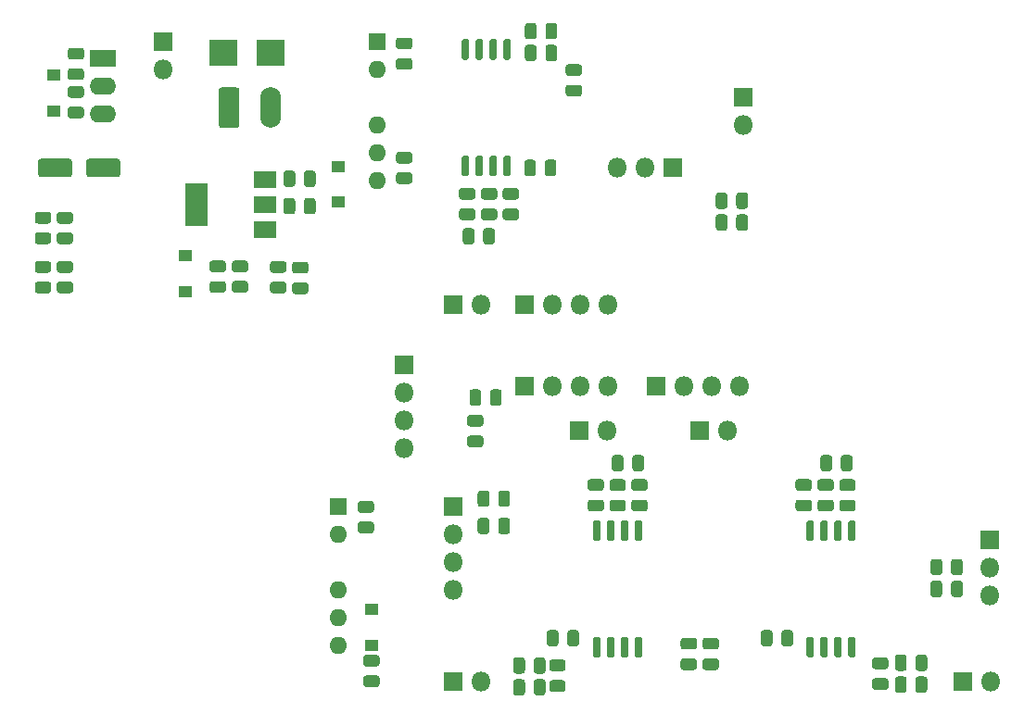
<source format=gts>
%TF.GenerationSoftware,KiCad,Pcbnew,5.1.6-c6e7f7d~86~ubuntu20.04.1*%
%TF.CreationDate,2020-09-07T12:19:27+02:00*%
%TF.ProjectId,Measurment,4d656173-7572-46d6-956e-742e6b696361,rev?*%
%TF.SameCoordinates,Original*%
%TF.FileFunction,Soldermask,Top*%
%TF.FilePolarity,Negative*%
%FSLAX46Y46*%
G04 Gerber Fmt 4.6, Leading zero omitted, Abs format (unit mm)*
G04 Created by KiCad (PCBNEW 5.1.6-c6e7f7d~86~ubuntu20.04.1) date 2020-09-07 12:19:27*
%MOMM*%
%LPD*%
G01*
G04 APERTURE LIST*
%ADD10R,1.300000X1.000000*%
%ADD11O,1.800000X1.800000*%
%ADD12R,1.800000X1.800000*%
%ADD13O,1.900000X3.700000*%
%ADD14O,1.600000X1.600000*%
%ADD15R,1.600000X1.600000*%
%ADD16O,2.400000X1.600000*%
%ADD17R,2.400000X1.600000*%
%ADD18R,2.600000X2.400000*%
%ADD19R,2.100000X1.600000*%
%ADD20R,2.100000X3.900000*%
G04 APERTURE END LIST*
%TO.C,U3*%
G36*
G01*
X103270000Y-89625000D02*
X102920000Y-89625000D01*
G75*
G02*
X102745000Y-89450000I0J175000D01*
G01*
X102745000Y-87900000D01*
G75*
G02*
X102920000Y-87725000I175000J0D01*
G01*
X103270000Y-87725000D01*
G75*
G02*
X103445000Y-87900000I0J-175000D01*
G01*
X103445000Y-89450000D01*
G75*
G02*
X103270000Y-89625000I-175000J0D01*
G01*
G37*
G36*
G01*
X104540000Y-89625000D02*
X104190000Y-89625000D01*
G75*
G02*
X104015000Y-89450000I0J175000D01*
G01*
X104015000Y-87900000D01*
G75*
G02*
X104190000Y-87725000I175000J0D01*
G01*
X104540000Y-87725000D01*
G75*
G02*
X104715000Y-87900000I0J-175000D01*
G01*
X104715000Y-89450000D01*
G75*
G02*
X104540000Y-89625000I-175000J0D01*
G01*
G37*
G36*
G01*
X105810000Y-89625000D02*
X105460000Y-89625000D01*
G75*
G02*
X105285000Y-89450000I0J175000D01*
G01*
X105285000Y-87900000D01*
G75*
G02*
X105460000Y-87725000I175000J0D01*
G01*
X105810000Y-87725000D01*
G75*
G02*
X105985000Y-87900000I0J-175000D01*
G01*
X105985000Y-89450000D01*
G75*
G02*
X105810000Y-89625000I-175000J0D01*
G01*
G37*
G36*
G01*
X107080000Y-89625000D02*
X106730000Y-89625000D01*
G75*
G02*
X106555000Y-89450000I0J175000D01*
G01*
X106555000Y-87900000D01*
G75*
G02*
X106730000Y-87725000I175000J0D01*
G01*
X107080000Y-87725000D01*
G75*
G02*
X107255000Y-87900000I0J-175000D01*
G01*
X107255000Y-89450000D01*
G75*
G02*
X107080000Y-89625000I-175000J0D01*
G01*
G37*
G36*
G01*
X107080000Y-100275000D02*
X106730000Y-100275000D01*
G75*
G02*
X106555000Y-100100000I0J175000D01*
G01*
X106555000Y-98550000D01*
G75*
G02*
X106730000Y-98375000I175000J0D01*
G01*
X107080000Y-98375000D01*
G75*
G02*
X107255000Y-98550000I0J-175000D01*
G01*
X107255000Y-100100000D01*
G75*
G02*
X107080000Y-100275000I-175000J0D01*
G01*
G37*
G36*
G01*
X105810000Y-100275000D02*
X105460000Y-100275000D01*
G75*
G02*
X105285000Y-100100000I0J175000D01*
G01*
X105285000Y-98550000D01*
G75*
G02*
X105460000Y-98375000I175000J0D01*
G01*
X105810000Y-98375000D01*
G75*
G02*
X105985000Y-98550000I0J-175000D01*
G01*
X105985000Y-100100000D01*
G75*
G02*
X105810000Y-100275000I-175000J0D01*
G01*
G37*
G36*
G01*
X104540000Y-100275000D02*
X104190000Y-100275000D01*
G75*
G02*
X104015000Y-100100000I0J175000D01*
G01*
X104015000Y-98550000D01*
G75*
G02*
X104190000Y-98375000I175000J0D01*
G01*
X104540000Y-98375000D01*
G75*
G02*
X104715000Y-98550000I0J-175000D01*
G01*
X104715000Y-100100000D01*
G75*
G02*
X104540000Y-100275000I-175000J0D01*
G01*
G37*
G36*
G01*
X103270000Y-100275000D02*
X102920000Y-100275000D01*
G75*
G02*
X102745000Y-100100000I0J175000D01*
G01*
X102745000Y-98550000D01*
G75*
G02*
X102920000Y-98375000I175000J0D01*
G01*
X103270000Y-98375000D01*
G75*
G02*
X103445000Y-98550000I0J-175000D01*
G01*
X103445000Y-100100000D01*
G75*
G02*
X103270000Y-100275000I-175000J0D01*
G01*
G37*
%TD*%
%TO.C,U2*%
G36*
G01*
X83770000Y-89625000D02*
X83420000Y-89625000D01*
G75*
G02*
X83245000Y-89450000I0J175000D01*
G01*
X83245000Y-87900000D01*
G75*
G02*
X83420000Y-87725000I175000J0D01*
G01*
X83770000Y-87725000D01*
G75*
G02*
X83945000Y-87900000I0J-175000D01*
G01*
X83945000Y-89450000D01*
G75*
G02*
X83770000Y-89625000I-175000J0D01*
G01*
G37*
G36*
G01*
X85040000Y-89625000D02*
X84690000Y-89625000D01*
G75*
G02*
X84515000Y-89450000I0J175000D01*
G01*
X84515000Y-87900000D01*
G75*
G02*
X84690000Y-87725000I175000J0D01*
G01*
X85040000Y-87725000D01*
G75*
G02*
X85215000Y-87900000I0J-175000D01*
G01*
X85215000Y-89450000D01*
G75*
G02*
X85040000Y-89625000I-175000J0D01*
G01*
G37*
G36*
G01*
X86310000Y-89625000D02*
X85960000Y-89625000D01*
G75*
G02*
X85785000Y-89450000I0J175000D01*
G01*
X85785000Y-87900000D01*
G75*
G02*
X85960000Y-87725000I175000J0D01*
G01*
X86310000Y-87725000D01*
G75*
G02*
X86485000Y-87900000I0J-175000D01*
G01*
X86485000Y-89450000D01*
G75*
G02*
X86310000Y-89625000I-175000J0D01*
G01*
G37*
G36*
G01*
X87580000Y-89625000D02*
X87230000Y-89625000D01*
G75*
G02*
X87055000Y-89450000I0J175000D01*
G01*
X87055000Y-87900000D01*
G75*
G02*
X87230000Y-87725000I175000J0D01*
G01*
X87580000Y-87725000D01*
G75*
G02*
X87755000Y-87900000I0J-175000D01*
G01*
X87755000Y-89450000D01*
G75*
G02*
X87580000Y-89625000I-175000J0D01*
G01*
G37*
G36*
G01*
X87580000Y-100275000D02*
X87230000Y-100275000D01*
G75*
G02*
X87055000Y-100100000I0J175000D01*
G01*
X87055000Y-98550000D01*
G75*
G02*
X87230000Y-98375000I175000J0D01*
G01*
X87580000Y-98375000D01*
G75*
G02*
X87755000Y-98550000I0J-175000D01*
G01*
X87755000Y-100100000D01*
G75*
G02*
X87580000Y-100275000I-175000J0D01*
G01*
G37*
G36*
G01*
X86310000Y-100275000D02*
X85960000Y-100275000D01*
G75*
G02*
X85785000Y-100100000I0J175000D01*
G01*
X85785000Y-98550000D01*
G75*
G02*
X85960000Y-98375000I175000J0D01*
G01*
X86310000Y-98375000D01*
G75*
G02*
X86485000Y-98550000I0J-175000D01*
G01*
X86485000Y-100100000D01*
G75*
G02*
X86310000Y-100275000I-175000J0D01*
G01*
G37*
G36*
G01*
X85040000Y-100275000D02*
X84690000Y-100275000D01*
G75*
G02*
X84515000Y-100100000I0J175000D01*
G01*
X84515000Y-98550000D01*
G75*
G02*
X84690000Y-98375000I175000J0D01*
G01*
X85040000Y-98375000D01*
G75*
G02*
X85215000Y-98550000I0J-175000D01*
G01*
X85215000Y-100100000D01*
G75*
G02*
X85040000Y-100275000I-175000J0D01*
G01*
G37*
G36*
G01*
X83770000Y-100275000D02*
X83420000Y-100275000D01*
G75*
G02*
X83245000Y-100100000I0J175000D01*
G01*
X83245000Y-98550000D01*
G75*
G02*
X83420000Y-98375000I175000J0D01*
G01*
X83770000Y-98375000D01*
G75*
G02*
X83945000Y-98550000I0J-175000D01*
G01*
X83945000Y-100100000D01*
G75*
G02*
X83770000Y-100275000I-175000J0D01*
G01*
G37*
%TD*%
%TO.C,U4*%
G36*
G01*
X75230000Y-54375000D02*
X75580000Y-54375000D01*
G75*
G02*
X75755000Y-54550000I0J-175000D01*
G01*
X75755000Y-56100000D01*
G75*
G02*
X75580000Y-56275000I-175000J0D01*
G01*
X75230000Y-56275000D01*
G75*
G02*
X75055000Y-56100000I0J175000D01*
G01*
X75055000Y-54550000D01*
G75*
G02*
X75230000Y-54375000I175000J0D01*
G01*
G37*
G36*
G01*
X73960000Y-54375000D02*
X74310000Y-54375000D01*
G75*
G02*
X74485000Y-54550000I0J-175000D01*
G01*
X74485000Y-56100000D01*
G75*
G02*
X74310000Y-56275000I-175000J0D01*
G01*
X73960000Y-56275000D01*
G75*
G02*
X73785000Y-56100000I0J175000D01*
G01*
X73785000Y-54550000D01*
G75*
G02*
X73960000Y-54375000I175000J0D01*
G01*
G37*
G36*
G01*
X72690000Y-54375000D02*
X73040000Y-54375000D01*
G75*
G02*
X73215000Y-54550000I0J-175000D01*
G01*
X73215000Y-56100000D01*
G75*
G02*
X73040000Y-56275000I-175000J0D01*
G01*
X72690000Y-56275000D01*
G75*
G02*
X72515000Y-56100000I0J175000D01*
G01*
X72515000Y-54550000D01*
G75*
G02*
X72690000Y-54375000I175000J0D01*
G01*
G37*
G36*
G01*
X71420000Y-54375000D02*
X71770000Y-54375000D01*
G75*
G02*
X71945000Y-54550000I0J-175000D01*
G01*
X71945000Y-56100000D01*
G75*
G02*
X71770000Y-56275000I-175000J0D01*
G01*
X71420000Y-56275000D01*
G75*
G02*
X71245000Y-56100000I0J175000D01*
G01*
X71245000Y-54550000D01*
G75*
G02*
X71420000Y-54375000I175000J0D01*
G01*
G37*
G36*
G01*
X71420000Y-43725000D02*
X71770000Y-43725000D01*
G75*
G02*
X71945000Y-43900000I0J-175000D01*
G01*
X71945000Y-45450000D01*
G75*
G02*
X71770000Y-45625000I-175000J0D01*
G01*
X71420000Y-45625000D01*
G75*
G02*
X71245000Y-45450000I0J175000D01*
G01*
X71245000Y-43900000D01*
G75*
G02*
X71420000Y-43725000I175000J0D01*
G01*
G37*
G36*
G01*
X72690000Y-43725000D02*
X73040000Y-43725000D01*
G75*
G02*
X73215000Y-43900000I0J-175000D01*
G01*
X73215000Y-45450000D01*
G75*
G02*
X73040000Y-45625000I-175000J0D01*
G01*
X72690000Y-45625000D01*
G75*
G02*
X72515000Y-45450000I0J175000D01*
G01*
X72515000Y-43900000D01*
G75*
G02*
X72690000Y-43725000I175000J0D01*
G01*
G37*
G36*
G01*
X73960000Y-43725000D02*
X74310000Y-43725000D01*
G75*
G02*
X74485000Y-43900000I0J-175000D01*
G01*
X74485000Y-45450000D01*
G75*
G02*
X74310000Y-45625000I-175000J0D01*
G01*
X73960000Y-45625000D01*
G75*
G02*
X73785000Y-45450000I0J175000D01*
G01*
X73785000Y-43900000D01*
G75*
G02*
X73960000Y-43725000I175000J0D01*
G01*
G37*
G36*
G01*
X75230000Y-43725000D02*
X75580000Y-43725000D01*
G75*
G02*
X75755000Y-43900000I0J-175000D01*
G01*
X75755000Y-45450000D01*
G75*
G02*
X75580000Y-45625000I-175000J0D01*
G01*
X75230000Y-45625000D01*
G75*
G02*
X75055000Y-45450000I0J175000D01*
G01*
X75055000Y-43900000D01*
G75*
G02*
X75230000Y-43725000I175000J0D01*
G01*
G37*
%TD*%
D10*
%TO.C,D10*%
X46000000Y-66800000D03*
X46000000Y-63500000D03*
%TD*%
%TO.C,D9*%
X63000000Y-95850000D03*
X63000000Y-99150000D03*
%TD*%
%TO.C,D8*%
X60000000Y-58650000D03*
X60000000Y-55350000D03*
%TD*%
%TO.C,D7*%
X34000000Y-47000000D03*
X34000000Y-50300000D03*
%TD*%
%TO.C,C23*%
G36*
G01*
X35650000Y-54915625D02*
X35650000Y-56084375D01*
G75*
G02*
X35384375Y-56350000I-265625J0D01*
G01*
X32815625Y-56350000D01*
G75*
G02*
X32550000Y-56084375I0J265625D01*
G01*
X32550000Y-54915625D01*
G75*
G02*
X32815625Y-54650000I265625J0D01*
G01*
X35384375Y-54650000D01*
G75*
G02*
X35650000Y-54915625I0J-265625D01*
G01*
G37*
G36*
G01*
X40050000Y-54915625D02*
X40050000Y-56084375D01*
G75*
G02*
X39784375Y-56350000I-265625J0D01*
G01*
X37215625Y-56350000D01*
G75*
G02*
X36950000Y-56084375I0J265625D01*
G01*
X36950000Y-54915625D01*
G75*
G02*
X37215625Y-54650000I265625J0D01*
G01*
X39784375Y-54650000D01*
G75*
G02*
X40050000Y-54915625I0J-265625D01*
G01*
G37*
%TD*%
%TO.C,C22*%
G36*
G01*
X56837500Y-56981250D02*
X56837500Y-56018750D01*
G75*
G02*
X57106250Y-55750000I268750J0D01*
G01*
X57643750Y-55750000D01*
G75*
G02*
X57912500Y-56018750I0J-268750D01*
G01*
X57912500Y-56981250D01*
G75*
G02*
X57643750Y-57250000I-268750J0D01*
G01*
X57106250Y-57250000D01*
G75*
G02*
X56837500Y-56981250I0J268750D01*
G01*
G37*
G36*
G01*
X54962500Y-56981250D02*
X54962500Y-56018750D01*
G75*
G02*
X55231250Y-55750000I268750J0D01*
G01*
X55768750Y-55750000D01*
G75*
G02*
X56037500Y-56018750I0J-268750D01*
G01*
X56037500Y-56981250D01*
G75*
G02*
X55768750Y-57250000I-268750J0D01*
G01*
X55231250Y-57250000D01*
G75*
G02*
X54962500Y-56981250I0J268750D01*
G01*
G37*
%TD*%
%TO.C,C21*%
G36*
G01*
X62018750Y-87837500D02*
X62981250Y-87837500D01*
G75*
G02*
X63250000Y-88106250I0J-268750D01*
G01*
X63250000Y-88643750D01*
G75*
G02*
X62981250Y-88912500I-268750J0D01*
G01*
X62018750Y-88912500D01*
G75*
G02*
X61750000Y-88643750I0J268750D01*
G01*
X61750000Y-88106250D01*
G75*
G02*
X62018750Y-87837500I268750J0D01*
G01*
G37*
G36*
G01*
X62018750Y-85962500D02*
X62981250Y-85962500D01*
G75*
G02*
X63250000Y-86231250I0J-268750D01*
G01*
X63250000Y-86768750D01*
G75*
G02*
X62981250Y-87037500I-268750J0D01*
G01*
X62018750Y-87037500D01*
G75*
G02*
X61750000Y-86768750I0J268750D01*
G01*
X61750000Y-86231250D01*
G75*
G02*
X62018750Y-85962500I268750J0D01*
G01*
G37*
%TD*%
%TO.C,C20*%
G36*
G01*
X65518750Y-45462500D02*
X66481250Y-45462500D01*
G75*
G02*
X66750000Y-45731250I0J-268750D01*
G01*
X66750000Y-46268750D01*
G75*
G02*
X66481250Y-46537500I-268750J0D01*
G01*
X65518750Y-46537500D01*
G75*
G02*
X65250000Y-46268750I0J268750D01*
G01*
X65250000Y-45731250D01*
G75*
G02*
X65518750Y-45462500I268750J0D01*
G01*
G37*
G36*
G01*
X65518750Y-43587500D02*
X66481250Y-43587500D01*
G75*
G02*
X66750000Y-43856250I0J-268750D01*
G01*
X66750000Y-44393750D01*
G75*
G02*
X66481250Y-44662500I-268750J0D01*
G01*
X65518750Y-44662500D01*
G75*
G02*
X65250000Y-44393750I0J268750D01*
G01*
X65250000Y-43856250D01*
G75*
G02*
X65518750Y-43587500I268750J0D01*
G01*
G37*
%TD*%
%TO.C,C19*%
G36*
G01*
X62518750Y-101900000D02*
X63481250Y-101900000D01*
G75*
G02*
X63750000Y-102168750I0J-268750D01*
G01*
X63750000Y-102706250D01*
G75*
G02*
X63481250Y-102975000I-268750J0D01*
G01*
X62518750Y-102975000D01*
G75*
G02*
X62250000Y-102706250I0J268750D01*
G01*
X62250000Y-102168750D01*
G75*
G02*
X62518750Y-101900000I268750J0D01*
G01*
G37*
G36*
G01*
X62518750Y-100025000D02*
X63481250Y-100025000D01*
G75*
G02*
X63750000Y-100293750I0J-268750D01*
G01*
X63750000Y-100831250D01*
G75*
G02*
X63481250Y-101100000I-268750J0D01*
G01*
X62518750Y-101100000D01*
G75*
G02*
X62250000Y-100831250I0J268750D01*
G01*
X62250000Y-100293750D01*
G75*
G02*
X62518750Y-100025000I268750J0D01*
G01*
G37*
%TD*%
%TO.C,C18*%
G36*
G01*
X78037500Y-55018750D02*
X78037500Y-55981250D01*
G75*
G02*
X77768750Y-56250000I-268750J0D01*
G01*
X77231250Y-56250000D01*
G75*
G02*
X76962500Y-55981250I0J268750D01*
G01*
X76962500Y-55018750D01*
G75*
G02*
X77231250Y-54750000I268750J0D01*
G01*
X77768750Y-54750000D01*
G75*
G02*
X78037500Y-55018750I0J-268750D01*
G01*
G37*
G36*
G01*
X79912500Y-55018750D02*
X79912500Y-55981250D01*
G75*
G02*
X79643750Y-56250000I-268750J0D01*
G01*
X79106250Y-56250000D01*
G75*
G02*
X78837500Y-55981250I0J268750D01*
G01*
X78837500Y-55018750D01*
G75*
G02*
X79106250Y-54750000I268750J0D01*
G01*
X79643750Y-54750000D01*
G75*
G02*
X79912500Y-55018750I0J-268750D01*
G01*
G37*
%TD*%
%TO.C,C17*%
G36*
G01*
X78100000Y-42518750D02*
X78100000Y-43481250D01*
G75*
G02*
X77831250Y-43750000I-268750J0D01*
G01*
X77293750Y-43750000D01*
G75*
G02*
X77025000Y-43481250I0J268750D01*
G01*
X77025000Y-42518750D01*
G75*
G02*
X77293750Y-42250000I268750J0D01*
G01*
X77831250Y-42250000D01*
G75*
G02*
X78100000Y-42518750I0J-268750D01*
G01*
G37*
G36*
G01*
X79975000Y-42518750D02*
X79975000Y-43481250D01*
G75*
G02*
X79706250Y-43750000I-268750J0D01*
G01*
X79168750Y-43750000D01*
G75*
G02*
X78900000Y-43481250I0J268750D01*
G01*
X78900000Y-42518750D01*
G75*
G02*
X79168750Y-42250000I268750J0D01*
G01*
X79706250Y-42250000D01*
G75*
G02*
X79975000Y-42518750I0J-268750D01*
G01*
G37*
%TD*%
D11*
%TO.C,J1*%
X91540000Y-75500000D03*
D12*
X89000000Y-75500000D03*
D11*
X96620000Y-75500000D03*
X94080000Y-75500000D03*
D12*
X77000000Y-68000000D03*
D11*
X84620000Y-68000000D03*
X79540000Y-68000000D03*
X82080000Y-68000000D03*
X84620000Y-75500000D03*
X82080000Y-75500000D03*
D12*
X77000000Y-75500000D03*
D11*
X79540000Y-75500000D03*
X73040000Y-68000000D03*
D12*
X70500000Y-68000000D03*
X93000000Y-79500000D03*
D11*
X95540000Y-79500000D03*
D12*
X82000000Y-79500000D03*
D11*
X84540000Y-79500000D03*
D12*
X66000000Y-73500000D03*
D11*
X66000000Y-78580000D03*
X66000000Y-76040000D03*
X66000000Y-81120000D03*
%TD*%
%TO.C,J2*%
X44000000Y-46540000D03*
D12*
X44000000Y-44000000D03*
D11*
X119500000Y-94580000D03*
X119500000Y-92040000D03*
D12*
X119500000Y-89500000D03*
X70500000Y-102500000D03*
X117000000Y-102500000D03*
D11*
X73040000Y-102500000D03*
X119540000Y-102500000D03*
D12*
X70500000Y-86500000D03*
D11*
X70500000Y-89040000D03*
X70500000Y-91580000D03*
X70500000Y-94120000D03*
D12*
X97000000Y-49000000D03*
D11*
X97000000Y-51540000D03*
X85420000Y-55500000D03*
D12*
X90500000Y-55500000D03*
D11*
X87960000Y-55500000D03*
%TD*%
%TO.C,C16*%
G36*
G01*
X81018750Y-47900000D02*
X81981250Y-47900000D01*
G75*
G02*
X82250000Y-48168750I0J-268750D01*
G01*
X82250000Y-48706250D01*
G75*
G02*
X81981250Y-48975000I-268750J0D01*
G01*
X81018750Y-48975000D01*
G75*
G02*
X80750000Y-48706250I0J268750D01*
G01*
X80750000Y-48168750D01*
G75*
G02*
X81018750Y-47900000I268750J0D01*
G01*
G37*
G36*
G01*
X81018750Y-46025000D02*
X81981250Y-46025000D01*
G75*
G02*
X82250000Y-46293750I0J-268750D01*
G01*
X82250000Y-46831250D01*
G75*
G02*
X81981250Y-47100000I-268750J0D01*
G01*
X81018750Y-47100000D01*
G75*
G02*
X80750000Y-46831250I0J268750D01*
G01*
X80750000Y-46293750D01*
G75*
G02*
X81018750Y-46025000I268750J0D01*
G01*
G37*
%TD*%
%TO.C,C15*%
G36*
G01*
X109981250Y-101350000D02*
X109018750Y-101350000D01*
G75*
G02*
X108750000Y-101081250I0J268750D01*
G01*
X108750000Y-100543750D01*
G75*
G02*
X109018750Y-100275000I268750J0D01*
G01*
X109981250Y-100275000D01*
G75*
G02*
X110250000Y-100543750I0J-268750D01*
G01*
X110250000Y-101081250D01*
G75*
G02*
X109981250Y-101350000I-268750J0D01*
G01*
G37*
G36*
G01*
X109981250Y-103225000D02*
X109018750Y-103225000D01*
G75*
G02*
X108750000Y-102956250I0J268750D01*
G01*
X108750000Y-102418750D01*
G75*
G02*
X109018750Y-102150000I268750J0D01*
G01*
X109981250Y-102150000D01*
G75*
G02*
X110250000Y-102418750I0J-268750D01*
G01*
X110250000Y-102956250D01*
G75*
G02*
X109981250Y-103225000I-268750J0D01*
G01*
G37*
%TD*%
%TO.C,C14*%
G36*
G01*
X79518750Y-102337500D02*
X80481250Y-102337500D01*
G75*
G02*
X80750000Y-102606250I0J-268750D01*
G01*
X80750000Y-103143750D01*
G75*
G02*
X80481250Y-103412500I-268750J0D01*
G01*
X79518750Y-103412500D01*
G75*
G02*
X79250000Y-103143750I0J268750D01*
G01*
X79250000Y-102606250D01*
G75*
G02*
X79518750Y-102337500I268750J0D01*
G01*
G37*
G36*
G01*
X79518750Y-100462500D02*
X80481250Y-100462500D01*
G75*
G02*
X80750000Y-100731250I0J-268750D01*
G01*
X80750000Y-101268750D01*
G75*
G02*
X80481250Y-101537500I-268750J0D01*
G01*
X79518750Y-101537500D01*
G75*
G02*
X79250000Y-101268750I0J268750D01*
G01*
X79250000Y-100731250D01*
G75*
G02*
X79518750Y-100462500I268750J0D01*
G01*
G37*
%TD*%
%TO.C,C13*%
G36*
G01*
X36481250Y-49100000D02*
X35518750Y-49100000D01*
G75*
G02*
X35250000Y-48831250I0J268750D01*
G01*
X35250000Y-48293750D01*
G75*
G02*
X35518750Y-48025000I268750J0D01*
G01*
X36481250Y-48025000D01*
G75*
G02*
X36750000Y-48293750I0J-268750D01*
G01*
X36750000Y-48831250D01*
G75*
G02*
X36481250Y-49100000I-268750J0D01*
G01*
G37*
G36*
G01*
X36481250Y-50975000D02*
X35518750Y-50975000D01*
G75*
G02*
X35250000Y-50706250I0J268750D01*
G01*
X35250000Y-50168750D01*
G75*
G02*
X35518750Y-49900000I268750J0D01*
G01*
X36481250Y-49900000D01*
G75*
G02*
X36750000Y-50168750I0J-268750D01*
G01*
X36750000Y-50706250D01*
G75*
G02*
X36481250Y-50975000I-268750J0D01*
G01*
G37*
%TD*%
%TO.C,C12*%
G36*
G01*
X35518750Y-46400000D02*
X36481250Y-46400000D01*
G75*
G02*
X36750000Y-46668750I0J-268750D01*
G01*
X36750000Y-47206250D01*
G75*
G02*
X36481250Y-47475000I-268750J0D01*
G01*
X35518750Y-47475000D01*
G75*
G02*
X35250000Y-47206250I0J268750D01*
G01*
X35250000Y-46668750D01*
G75*
G02*
X35518750Y-46400000I268750J0D01*
G01*
G37*
G36*
G01*
X35518750Y-44525000D02*
X36481250Y-44525000D01*
G75*
G02*
X36750000Y-44793750I0J-268750D01*
G01*
X36750000Y-45331250D01*
G75*
G02*
X36481250Y-45600000I-268750J0D01*
G01*
X35518750Y-45600000D01*
G75*
G02*
X35250000Y-45331250I0J268750D01*
G01*
X35250000Y-44793750D01*
G75*
G02*
X35518750Y-44525000I268750J0D01*
G01*
G37*
%TD*%
%TO.C,C11*%
G36*
G01*
X100462500Y-98981250D02*
X100462500Y-98018750D01*
G75*
G02*
X100731250Y-97750000I268750J0D01*
G01*
X101268750Y-97750000D01*
G75*
G02*
X101537500Y-98018750I0J-268750D01*
G01*
X101537500Y-98981250D01*
G75*
G02*
X101268750Y-99250000I-268750J0D01*
G01*
X100731250Y-99250000D01*
G75*
G02*
X100462500Y-98981250I0J268750D01*
G01*
G37*
G36*
G01*
X98587500Y-98981250D02*
X98587500Y-98018750D01*
G75*
G02*
X98856250Y-97750000I268750J0D01*
G01*
X99393750Y-97750000D01*
G75*
G02*
X99662500Y-98018750I0J-268750D01*
G01*
X99662500Y-98981250D01*
G75*
G02*
X99393750Y-99250000I-268750J0D01*
G01*
X98856250Y-99250000D01*
G75*
G02*
X98587500Y-98981250I0J268750D01*
G01*
G37*
%TD*%
%TO.C,C10*%
G36*
G01*
X78100000Y-44518750D02*
X78100000Y-45481250D01*
G75*
G02*
X77831250Y-45750000I-268750J0D01*
G01*
X77293750Y-45750000D01*
G75*
G02*
X77025000Y-45481250I0J268750D01*
G01*
X77025000Y-44518750D01*
G75*
G02*
X77293750Y-44250000I268750J0D01*
G01*
X77831250Y-44250000D01*
G75*
G02*
X78100000Y-44518750I0J-268750D01*
G01*
G37*
G36*
G01*
X79975000Y-44518750D02*
X79975000Y-45481250D01*
G75*
G02*
X79706250Y-45750000I-268750J0D01*
G01*
X79168750Y-45750000D01*
G75*
G02*
X78900000Y-45481250I0J268750D01*
G01*
X78900000Y-44518750D01*
G75*
G02*
X79168750Y-44250000I268750J0D01*
G01*
X79706250Y-44250000D01*
G75*
G02*
X79975000Y-44518750I0J-268750D01*
G01*
G37*
%TD*%
%TO.C,C9*%
G36*
G01*
X80900000Y-98981250D02*
X80900000Y-98018750D01*
G75*
G02*
X81168750Y-97750000I268750J0D01*
G01*
X81706250Y-97750000D01*
G75*
G02*
X81975000Y-98018750I0J-268750D01*
G01*
X81975000Y-98981250D01*
G75*
G02*
X81706250Y-99250000I-268750J0D01*
G01*
X81168750Y-99250000D01*
G75*
G02*
X80900000Y-98981250I0J268750D01*
G01*
G37*
G36*
G01*
X79025000Y-98981250D02*
X79025000Y-98018750D01*
G75*
G02*
X79293750Y-97750000I268750J0D01*
G01*
X79831250Y-97750000D01*
G75*
G02*
X80100000Y-98018750I0J-268750D01*
G01*
X80100000Y-98981250D01*
G75*
G02*
X79831250Y-99250000I-268750J0D01*
G01*
X79293750Y-99250000D01*
G75*
G02*
X79025000Y-98981250I0J268750D01*
G01*
G37*
%TD*%
%TO.C,C8*%
G36*
G01*
X56837500Y-59481250D02*
X56837500Y-58518750D01*
G75*
G02*
X57106250Y-58250000I268750J0D01*
G01*
X57643750Y-58250000D01*
G75*
G02*
X57912500Y-58518750I0J-268750D01*
G01*
X57912500Y-59481250D01*
G75*
G02*
X57643750Y-59750000I-268750J0D01*
G01*
X57106250Y-59750000D01*
G75*
G02*
X56837500Y-59481250I0J268750D01*
G01*
G37*
G36*
G01*
X54962500Y-59481250D02*
X54962500Y-58518750D01*
G75*
G02*
X55231250Y-58250000I268750J0D01*
G01*
X55768750Y-58250000D01*
G75*
G02*
X56037500Y-58518750I0J-268750D01*
G01*
X56037500Y-59481250D01*
G75*
G02*
X55768750Y-59750000I-268750J0D01*
G01*
X55231250Y-59750000D01*
G75*
G02*
X54962500Y-59481250I0J268750D01*
G01*
G37*
%TD*%
%TO.C,C7*%
G36*
G01*
X66481250Y-55100000D02*
X65518750Y-55100000D01*
G75*
G02*
X65250000Y-54831250I0J268750D01*
G01*
X65250000Y-54293750D01*
G75*
G02*
X65518750Y-54025000I268750J0D01*
G01*
X66481250Y-54025000D01*
G75*
G02*
X66750000Y-54293750I0J-268750D01*
G01*
X66750000Y-54831250D01*
G75*
G02*
X66481250Y-55100000I-268750J0D01*
G01*
G37*
G36*
G01*
X66481250Y-56975000D02*
X65518750Y-56975000D01*
G75*
G02*
X65250000Y-56706250I0J268750D01*
G01*
X65250000Y-56168750D01*
G75*
G02*
X65518750Y-55900000I268750J0D01*
G01*
X66481250Y-55900000D01*
G75*
G02*
X66750000Y-56168750I0J-268750D01*
G01*
X66750000Y-56706250D01*
G75*
G02*
X66481250Y-56975000I-268750J0D01*
G01*
G37*
%TD*%
%TO.C,C6*%
G36*
G01*
X72412500Y-61268750D02*
X72412500Y-62231250D01*
G75*
G02*
X72143750Y-62500000I-268750J0D01*
G01*
X71606250Y-62500000D01*
G75*
G02*
X71337500Y-62231250I0J268750D01*
G01*
X71337500Y-61268750D01*
G75*
G02*
X71606250Y-61000000I268750J0D01*
G01*
X72143750Y-61000000D01*
G75*
G02*
X72412500Y-61268750I0J-268750D01*
G01*
G37*
G36*
G01*
X74287500Y-61268750D02*
X74287500Y-62231250D01*
G75*
G02*
X74018750Y-62500000I-268750J0D01*
G01*
X73481250Y-62500000D01*
G75*
G02*
X73212500Y-62231250I0J268750D01*
G01*
X73212500Y-61268750D01*
G75*
G02*
X73481250Y-61000000I268750J0D01*
G01*
X74018750Y-61000000D01*
G75*
G02*
X74287500Y-61268750I0J-268750D01*
G01*
G37*
%TD*%
%TO.C,C5*%
G36*
G01*
X105900000Y-82981250D02*
X105900000Y-82018750D01*
G75*
G02*
X106168750Y-81750000I268750J0D01*
G01*
X106706250Y-81750000D01*
G75*
G02*
X106975000Y-82018750I0J-268750D01*
G01*
X106975000Y-82981250D01*
G75*
G02*
X106706250Y-83250000I-268750J0D01*
G01*
X106168750Y-83250000D01*
G75*
G02*
X105900000Y-82981250I0J268750D01*
G01*
G37*
G36*
G01*
X104025000Y-82981250D02*
X104025000Y-82018750D01*
G75*
G02*
X104293750Y-81750000I268750J0D01*
G01*
X104831250Y-81750000D01*
G75*
G02*
X105100000Y-82018750I0J-268750D01*
G01*
X105100000Y-82981250D01*
G75*
G02*
X104831250Y-83250000I-268750J0D01*
G01*
X104293750Y-83250000D01*
G75*
G02*
X104025000Y-82981250I0J268750D01*
G01*
G37*
%TD*%
%TO.C,C4*%
G36*
G01*
X86837500Y-82981250D02*
X86837500Y-82018750D01*
G75*
G02*
X87106250Y-81750000I268750J0D01*
G01*
X87643750Y-81750000D01*
G75*
G02*
X87912500Y-82018750I0J-268750D01*
G01*
X87912500Y-82981250D01*
G75*
G02*
X87643750Y-83250000I-268750J0D01*
G01*
X87106250Y-83250000D01*
G75*
G02*
X86837500Y-82981250I0J268750D01*
G01*
G37*
G36*
G01*
X84962500Y-82981250D02*
X84962500Y-82018750D01*
G75*
G02*
X85231250Y-81750000I268750J0D01*
G01*
X85768750Y-81750000D01*
G75*
G02*
X86037500Y-82018750I0J-268750D01*
G01*
X86037500Y-82981250D01*
G75*
G02*
X85768750Y-83250000I-268750J0D01*
G01*
X85231250Y-83250000D01*
G75*
G02*
X84962500Y-82981250I0J268750D01*
G01*
G37*
%TD*%
%TO.C,C3*%
G36*
G01*
X75268750Y-59212500D02*
X76231250Y-59212500D01*
G75*
G02*
X76500000Y-59481250I0J-268750D01*
G01*
X76500000Y-60018750D01*
G75*
G02*
X76231250Y-60287500I-268750J0D01*
G01*
X75268750Y-60287500D01*
G75*
G02*
X75000000Y-60018750I0J268750D01*
G01*
X75000000Y-59481250D01*
G75*
G02*
X75268750Y-59212500I268750J0D01*
G01*
G37*
G36*
G01*
X75268750Y-57337500D02*
X76231250Y-57337500D01*
G75*
G02*
X76500000Y-57606250I0J-268750D01*
G01*
X76500000Y-58143750D01*
G75*
G02*
X76231250Y-58412500I-268750J0D01*
G01*
X75268750Y-58412500D01*
G75*
G02*
X75000000Y-58143750I0J268750D01*
G01*
X75000000Y-57606250D01*
G75*
G02*
X75268750Y-57337500I268750J0D01*
G01*
G37*
%TD*%
%TO.C,C2*%
G36*
G01*
X102981250Y-85037500D02*
X102018750Y-85037500D01*
G75*
G02*
X101750000Y-84768750I0J268750D01*
G01*
X101750000Y-84231250D01*
G75*
G02*
X102018750Y-83962500I268750J0D01*
G01*
X102981250Y-83962500D01*
G75*
G02*
X103250000Y-84231250I0J-268750D01*
G01*
X103250000Y-84768750D01*
G75*
G02*
X102981250Y-85037500I-268750J0D01*
G01*
G37*
G36*
G01*
X102981250Y-86912500D02*
X102018750Y-86912500D01*
G75*
G02*
X101750000Y-86643750I0J268750D01*
G01*
X101750000Y-86106250D01*
G75*
G02*
X102018750Y-85837500I268750J0D01*
G01*
X102981250Y-85837500D01*
G75*
G02*
X103250000Y-86106250I0J-268750D01*
G01*
X103250000Y-86643750D01*
G75*
G02*
X102981250Y-86912500I-268750J0D01*
G01*
G37*
%TD*%
%TO.C,C1*%
G36*
G01*
X83981250Y-85037500D02*
X83018750Y-85037500D01*
G75*
G02*
X82750000Y-84768750I0J268750D01*
G01*
X82750000Y-84231250D01*
G75*
G02*
X83018750Y-83962500I268750J0D01*
G01*
X83981250Y-83962500D01*
G75*
G02*
X84250000Y-84231250I0J-268750D01*
G01*
X84250000Y-84768750D01*
G75*
G02*
X83981250Y-85037500I-268750J0D01*
G01*
G37*
G36*
G01*
X83981250Y-86912500D02*
X83018750Y-86912500D01*
G75*
G02*
X82750000Y-86643750I0J268750D01*
G01*
X82750000Y-86106250D01*
G75*
G02*
X83018750Y-85837500I268750J0D01*
G01*
X83981250Y-85837500D01*
G75*
G02*
X84250000Y-86106250I0J-268750D01*
G01*
X84250000Y-86643750D01*
G75*
G02*
X83981250Y-86912500I-268750J0D01*
G01*
G37*
%TD*%
D13*
%TO.C,J3*%
X53810000Y-50000000D03*
G36*
G01*
X49050000Y-51586111D02*
X49050000Y-48413889D01*
G75*
G02*
X49313889Y-48150000I263889J0D01*
G01*
X50686111Y-48150000D01*
G75*
G02*
X50950000Y-48413889I0J-263889D01*
G01*
X50950000Y-51586111D01*
G75*
G02*
X50686111Y-51850000I-263889J0D01*
G01*
X49313889Y-51850000D01*
G75*
G02*
X49050000Y-51586111I0J263889D01*
G01*
G37*
%TD*%
%TO.C,D6*%
G36*
G01*
X54018750Y-65900000D02*
X54981250Y-65900000D01*
G75*
G02*
X55250000Y-66168750I0J-268750D01*
G01*
X55250000Y-66706250D01*
G75*
G02*
X54981250Y-66975000I-268750J0D01*
G01*
X54018750Y-66975000D01*
G75*
G02*
X53750000Y-66706250I0J268750D01*
G01*
X53750000Y-66168750D01*
G75*
G02*
X54018750Y-65900000I268750J0D01*
G01*
G37*
G36*
G01*
X54018750Y-64025000D02*
X54981250Y-64025000D01*
G75*
G02*
X55250000Y-64293750I0J-268750D01*
G01*
X55250000Y-64831250D01*
G75*
G02*
X54981250Y-65100000I-268750J0D01*
G01*
X54018750Y-65100000D01*
G75*
G02*
X53750000Y-64831250I0J268750D01*
G01*
X53750000Y-64293750D01*
G75*
G02*
X54018750Y-64025000I268750J0D01*
G01*
G37*
%TD*%
%TO.C,D5*%
G36*
G01*
X48478750Y-65850000D02*
X49441250Y-65850000D01*
G75*
G02*
X49710000Y-66118750I0J-268750D01*
G01*
X49710000Y-66656250D01*
G75*
G02*
X49441250Y-66925000I-268750J0D01*
G01*
X48478750Y-66925000D01*
G75*
G02*
X48210000Y-66656250I0J268750D01*
G01*
X48210000Y-66118750D01*
G75*
G02*
X48478750Y-65850000I268750J0D01*
G01*
G37*
G36*
G01*
X48478750Y-63975000D02*
X49441250Y-63975000D01*
G75*
G02*
X49710000Y-64243750I0J-268750D01*
G01*
X49710000Y-64781250D01*
G75*
G02*
X49441250Y-65050000I-268750J0D01*
G01*
X48478750Y-65050000D01*
G75*
G02*
X48210000Y-64781250I0J268750D01*
G01*
X48210000Y-64243750D01*
G75*
G02*
X48478750Y-63975000I268750J0D01*
G01*
G37*
%TD*%
%TO.C,D4*%
G36*
G01*
X91518750Y-100337500D02*
X92481250Y-100337500D01*
G75*
G02*
X92750000Y-100606250I0J-268750D01*
G01*
X92750000Y-101143750D01*
G75*
G02*
X92481250Y-101412500I-268750J0D01*
G01*
X91518750Y-101412500D01*
G75*
G02*
X91250000Y-101143750I0J268750D01*
G01*
X91250000Y-100606250D01*
G75*
G02*
X91518750Y-100337500I268750J0D01*
G01*
G37*
G36*
G01*
X91518750Y-98462500D02*
X92481250Y-98462500D01*
G75*
G02*
X92750000Y-98731250I0J-268750D01*
G01*
X92750000Y-99268750D01*
G75*
G02*
X92481250Y-99537500I-268750J0D01*
G01*
X91518750Y-99537500D01*
G75*
G02*
X91250000Y-99268750I0J268750D01*
G01*
X91250000Y-98731250D01*
G75*
G02*
X91518750Y-98462500I268750J0D01*
G01*
G37*
%TD*%
%TO.C,D3*%
G36*
G01*
X33481250Y-65100000D02*
X32518750Y-65100000D01*
G75*
G02*
X32250000Y-64831250I0J268750D01*
G01*
X32250000Y-64293750D01*
G75*
G02*
X32518750Y-64025000I268750J0D01*
G01*
X33481250Y-64025000D01*
G75*
G02*
X33750000Y-64293750I0J-268750D01*
G01*
X33750000Y-64831250D01*
G75*
G02*
X33481250Y-65100000I-268750J0D01*
G01*
G37*
G36*
G01*
X33481250Y-66975000D02*
X32518750Y-66975000D01*
G75*
G02*
X32250000Y-66706250I0J268750D01*
G01*
X32250000Y-66168750D01*
G75*
G02*
X32518750Y-65900000I268750J0D01*
G01*
X33481250Y-65900000D01*
G75*
G02*
X33750000Y-66168750I0J-268750D01*
G01*
X33750000Y-66706250D01*
G75*
G02*
X33481250Y-66975000I-268750J0D01*
G01*
G37*
%TD*%
%TO.C,D2*%
G36*
G01*
X33481250Y-60600000D02*
X32518750Y-60600000D01*
G75*
G02*
X32250000Y-60331250I0J268750D01*
G01*
X32250000Y-59793750D01*
G75*
G02*
X32518750Y-59525000I268750J0D01*
G01*
X33481250Y-59525000D01*
G75*
G02*
X33750000Y-59793750I0J-268750D01*
G01*
X33750000Y-60331250D01*
G75*
G02*
X33481250Y-60600000I-268750J0D01*
G01*
G37*
G36*
G01*
X33481250Y-62475000D02*
X32518750Y-62475000D01*
G75*
G02*
X32250000Y-62206250I0J268750D01*
G01*
X32250000Y-61668750D01*
G75*
G02*
X32518750Y-61400000I268750J0D01*
G01*
X33481250Y-61400000D01*
G75*
G02*
X33750000Y-61668750I0J-268750D01*
G01*
X33750000Y-62206250D01*
G75*
G02*
X33481250Y-62475000I-268750J0D01*
G01*
G37*
%TD*%
%TO.C,R37*%
G36*
G01*
X56018750Y-65962500D02*
X56981250Y-65962500D01*
G75*
G02*
X57250000Y-66231250I0J-268750D01*
G01*
X57250000Y-66768750D01*
G75*
G02*
X56981250Y-67037500I-268750J0D01*
G01*
X56018750Y-67037500D01*
G75*
G02*
X55750000Y-66768750I0J268750D01*
G01*
X55750000Y-66231250D01*
G75*
G02*
X56018750Y-65962500I268750J0D01*
G01*
G37*
G36*
G01*
X56018750Y-64087500D02*
X56981250Y-64087500D01*
G75*
G02*
X57250000Y-64356250I0J-268750D01*
G01*
X57250000Y-64893750D01*
G75*
G02*
X56981250Y-65162500I-268750J0D01*
G01*
X56018750Y-65162500D01*
G75*
G02*
X55750000Y-64893750I0J268750D01*
G01*
X55750000Y-64356250D01*
G75*
G02*
X56018750Y-64087500I268750J0D01*
G01*
G37*
%TD*%
%TO.C,R36*%
G36*
G01*
X50518750Y-65837500D02*
X51481250Y-65837500D01*
G75*
G02*
X51750000Y-66106250I0J-268750D01*
G01*
X51750000Y-66643750D01*
G75*
G02*
X51481250Y-66912500I-268750J0D01*
G01*
X50518750Y-66912500D01*
G75*
G02*
X50250000Y-66643750I0J268750D01*
G01*
X50250000Y-66106250D01*
G75*
G02*
X50518750Y-65837500I268750J0D01*
G01*
G37*
G36*
G01*
X50518750Y-63962500D02*
X51481250Y-63962500D01*
G75*
G02*
X51750000Y-64231250I0J-268750D01*
G01*
X51750000Y-64768750D01*
G75*
G02*
X51481250Y-65037500I-268750J0D01*
G01*
X50518750Y-65037500D01*
G75*
G02*
X50250000Y-64768750I0J268750D01*
G01*
X50250000Y-64231250D01*
G75*
G02*
X50518750Y-63962500I268750J0D01*
G01*
G37*
%TD*%
%TO.C,R35*%
G36*
G01*
X93518750Y-100337500D02*
X94481250Y-100337500D01*
G75*
G02*
X94750000Y-100606250I0J-268750D01*
G01*
X94750000Y-101143750D01*
G75*
G02*
X94481250Y-101412500I-268750J0D01*
G01*
X93518750Y-101412500D01*
G75*
G02*
X93250000Y-101143750I0J268750D01*
G01*
X93250000Y-100606250D01*
G75*
G02*
X93518750Y-100337500I268750J0D01*
G01*
G37*
G36*
G01*
X93518750Y-98462500D02*
X94481250Y-98462500D01*
G75*
G02*
X94750000Y-98731250I0J-268750D01*
G01*
X94750000Y-99268750D01*
G75*
G02*
X94481250Y-99537500I-268750J0D01*
G01*
X93518750Y-99537500D01*
G75*
G02*
X93250000Y-99268750I0J268750D01*
G01*
X93250000Y-98731250D01*
G75*
G02*
X93518750Y-98462500I268750J0D01*
G01*
G37*
%TD*%
%TO.C,R34*%
G36*
G01*
X35481250Y-65100000D02*
X34518750Y-65100000D01*
G75*
G02*
X34250000Y-64831250I0J268750D01*
G01*
X34250000Y-64293750D01*
G75*
G02*
X34518750Y-64025000I268750J0D01*
G01*
X35481250Y-64025000D01*
G75*
G02*
X35750000Y-64293750I0J-268750D01*
G01*
X35750000Y-64831250D01*
G75*
G02*
X35481250Y-65100000I-268750J0D01*
G01*
G37*
G36*
G01*
X35481250Y-66975000D02*
X34518750Y-66975000D01*
G75*
G02*
X34250000Y-66706250I0J268750D01*
G01*
X34250000Y-66168750D01*
G75*
G02*
X34518750Y-65900000I268750J0D01*
G01*
X35481250Y-65900000D01*
G75*
G02*
X35750000Y-66168750I0J-268750D01*
G01*
X35750000Y-66706250D01*
G75*
G02*
X35481250Y-66975000I-268750J0D01*
G01*
G37*
%TD*%
%TO.C,R33*%
G36*
G01*
X35481250Y-60600000D02*
X34518750Y-60600000D01*
G75*
G02*
X34250000Y-60331250I0J268750D01*
G01*
X34250000Y-59793750D01*
G75*
G02*
X34518750Y-59525000I268750J0D01*
G01*
X35481250Y-59525000D01*
G75*
G02*
X35750000Y-59793750I0J-268750D01*
G01*
X35750000Y-60331250D01*
G75*
G02*
X35481250Y-60600000I-268750J0D01*
G01*
G37*
G36*
G01*
X35481250Y-62475000D02*
X34518750Y-62475000D01*
G75*
G02*
X34250000Y-62206250I0J268750D01*
G01*
X34250000Y-61668750D01*
G75*
G02*
X34518750Y-61400000I268750J0D01*
G01*
X35481250Y-61400000D01*
G75*
G02*
X35750000Y-61668750I0J-268750D01*
G01*
X35750000Y-62206250D01*
G75*
G02*
X35481250Y-62475000I-268750J0D01*
G01*
G37*
%TD*%
D14*
%TO.C,U7*%
X63500000Y-56700000D03*
X63500000Y-54160000D03*
X63500000Y-51620000D03*
X63500000Y-46540000D03*
D15*
X63500000Y-44000000D03*
%TD*%
D14*
%TO.C,U1*%
X60000000Y-99200000D03*
X60000000Y-96660000D03*
X60000000Y-94120000D03*
X60000000Y-89040000D03*
D15*
X60000000Y-86500000D03*
%TD*%
D16*
%TO.C,U5*%
X38500000Y-50580000D03*
X38500000Y-48040000D03*
D17*
X38500000Y-45500000D03*
%TD*%
D18*
%TO.C,D1*%
X49500000Y-45000000D03*
X53800000Y-45000000D03*
%TD*%
%TO.C,R30*%
G36*
G01*
X112712500Y-101231250D02*
X112712500Y-100268750D01*
G75*
G02*
X112981250Y-100000000I268750J0D01*
G01*
X113518750Y-100000000D01*
G75*
G02*
X113787500Y-100268750I0J-268750D01*
G01*
X113787500Y-101231250D01*
G75*
G02*
X113518750Y-101500000I-268750J0D01*
G01*
X112981250Y-101500000D01*
G75*
G02*
X112712500Y-101231250I0J268750D01*
G01*
G37*
G36*
G01*
X110837500Y-101231250D02*
X110837500Y-100268750D01*
G75*
G02*
X111106250Y-100000000I268750J0D01*
G01*
X111643750Y-100000000D01*
G75*
G02*
X111912500Y-100268750I0J-268750D01*
G01*
X111912500Y-101231250D01*
G75*
G02*
X111643750Y-101500000I-268750J0D01*
G01*
X111106250Y-101500000D01*
G75*
G02*
X110837500Y-101231250I0J268750D01*
G01*
G37*
%TD*%
%TO.C,R29*%
G36*
G01*
X112712500Y-103231250D02*
X112712500Y-102268750D01*
G75*
G02*
X112981250Y-102000000I268750J0D01*
G01*
X113518750Y-102000000D01*
G75*
G02*
X113787500Y-102268750I0J-268750D01*
G01*
X113787500Y-103231250D01*
G75*
G02*
X113518750Y-103500000I-268750J0D01*
G01*
X112981250Y-103500000D01*
G75*
G02*
X112712500Y-103231250I0J268750D01*
G01*
G37*
G36*
G01*
X110837500Y-103231250D02*
X110837500Y-102268750D01*
G75*
G02*
X111106250Y-102000000I268750J0D01*
G01*
X111643750Y-102000000D01*
G75*
G02*
X111912500Y-102268750I0J-268750D01*
G01*
X111912500Y-103231250D01*
G75*
G02*
X111643750Y-103500000I-268750J0D01*
G01*
X111106250Y-103500000D01*
G75*
G02*
X110837500Y-103231250I0J268750D01*
G01*
G37*
%TD*%
%TO.C,R28*%
G36*
G01*
X77037500Y-102518750D02*
X77037500Y-103481250D01*
G75*
G02*
X76768750Y-103750000I-268750J0D01*
G01*
X76231250Y-103750000D01*
G75*
G02*
X75962500Y-103481250I0J268750D01*
G01*
X75962500Y-102518750D01*
G75*
G02*
X76231250Y-102250000I268750J0D01*
G01*
X76768750Y-102250000D01*
G75*
G02*
X77037500Y-102518750I0J-268750D01*
G01*
G37*
G36*
G01*
X78912500Y-102518750D02*
X78912500Y-103481250D01*
G75*
G02*
X78643750Y-103750000I-268750J0D01*
G01*
X78106250Y-103750000D01*
G75*
G02*
X77837500Y-103481250I0J268750D01*
G01*
X77837500Y-102518750D01*
G75*
G02*
X78106250Y-102250000I268750J0D01*
G01*
X78643750Y-102250000D01*
G75*
G02*
X78912500Y-102518750I0J-268750D01*
G01*
G37*
%TD*%
%TO.C,R27*%
G36*
G01*
X77037500Y-100518750D02*
X77037500Y-101481250D01*
G75*
G02*
X76768750Y-101750000I-268750J0D01*
G01*
X76231250Y-101750000D01*
G75*
G02*
X75962500Y-101481250I0J268750D01*
G01*
X75962500Y-100518750D01*
G75*
G02*
X76231250Y-100250000I268750J0D01*
G01*
X76768750Y-100250000D01*
G75*
G02*
X77037500Y-100518750I0J-268750D01*
G01*
G37*
G36*
G01*
X78912500Y-100518750D02*
X78912500Y-101481250D01*
G75*
G02*
X78643750Y-101750000I-268750J0D01*
G01*
X78106250Y-101750000D01*
G75*
G02*
X77837500Y-101481250I0J268750D01*
G01*
X77837500Y-100518750D01*
G75*
G02*
X78106250Y-100250000I268750J0D01*
G01*
X78643750Y-100250000D01*
G75*
G02*
X78912500Y-100518750I0J-268750D01*
G01*
G37*
%TD*%
D19*
%TO.C,U6*%
X53280000Y-61150000D03*
X53280000Y-56550000D03*
X53280000Y-58850000D03*
D20*
X46980000Y-58850000D03*
%TD*%
%TO.C,R26*%
G36*
G01*
X73787500Y-85268750D02*
X73787500Y-86231250D01*
G75*
G02*
X73518750Y-86500000I-268750J0D01*
G01*
X72981250Y-86500000D01*
G75*
G02*
X72712500Y-86231250I0J268750D01*
G01*
X72712500Y-85268750D01*
G75*
G02*
X72981250Y-85000000I268750J0D01*
G01*
X73518750Y-85000000D01*
G75*
G02*
X73787500Y-85268750I0J-268750D01*
G01*
G37*
G36*
G01*
X75662500Y-85268750D02*
X75662500Y-86231250D01*
G75*
G02*
X75393750Y-86500000I-268750J0D01*
G01*
X74856250Y-86500000D01*
G75*
G02*
X74587500Y-86231250I0J268750D01*
G01*
X74587500Y-85268750D01*
G75*
G02*
X74856250Y-85000000I268750J0D01*
G01*
X75393750Y-85000000D01*
G75*
G02*
X75662500Y-85268750I0J-268750D01*
G01*
G37*
%TD*%
%TO.C,R25*%
G36*
G01*
X74587500Y-88731250D02*
X74587500Y-87768750D01*
G75*
G02*
X74856250Y-87500000I268750J0D01*
G01*
X75393750Y-87500000D01*
G75*
G02*
X75662500Y-87768750I0J-268750D01*
G01*
X75662500Y-88731250D01*
G75*
G02*
X75393750Y-89000000I-268750J0D01*
G01*
X74856250Y-89000000D01*
G75*
G02*
X74587500Y-88731250I0J268750D01*
G01*
G37*
G36*
G01*
X72712500Y-88731250D02*
X72712500Y-87768750D01*
G75*
G02*
X72981250Y-87500000I268750J0D01*
G01*
X73518750Y-87500000D01*
G75*
G02*
X73787500Y-87768750I0J-268750D01*
G01*
X73787500Y-88731250D01*
G75*
G02*
X73518750Y-89000000I-268750J0D01*
G01*
X72981250Y-89000000D01*
G75*
G02*
X72712500Y-88731250I0J268750D01*
G01*
G37*
%TD*%
%TO.C,R21*%
G36*
G01*
X72231250Y-58412500D02*
X71268750Y-58412500D01*
G75*
G02*
X71000000Y-58143750I0J268750D01*
G01*
X71000000Y-57606250D01*
G75*
G02*
X71268750Y-57337500I268750J0D01*
G01*
X72231250Y-57337500D01*
G75*
G02*
X72500000Y-57606250I0J-268750D01*
G01*
X72500000Y-58143750D01*
G75*
G02*
X72231250Y-58412500I-268750J0D01*
G01*
G37*
G36*
G01*
X72231250Y-60287500D02*
X71268750Y-60287500D01*
G75*
G02*
X71000000Y-60018750I0J268750D01*
G01*
X71000000Y-59481250D01*
G75*
G02*
X71268750Y-59212500I268750J0D01*
G01*
X72231250Y-59212500D01*
G75*
G02*
X72500000Y-59481250I0J-268750D01*
G01*
X72500000Y-60018750D01*
G75*
G02*
X72231250Y-60287500I-268750J0D01*
G01*
G37*
%TD*%
%TO.C,R20*%
G36*
G01*
X74231250Y-58412500D02*
X73268750Y-58412500D01*
G75*
G02*
X73000000Y-58143750I0J268750D01*
G01*
X73000000Y-57606250D01*
G75*
G02*
X73268750Y-57337500I268750J0D01*
G01*
X74231250Y-57337500D01*
G75*
G02*
X74500000Y-57606250I0J-268750D01*
G01*
X74500000Y-58143750D01*
G75*
G02*
X74231250Y-58412500I-268750J0D01*
G01*
G37*
G36*
G01*
X74231250Y-60287500D02*
X73268750Y-60287500D01*
G75*
G02*
X73000000Y-60018750I0J268750D01*
G01*
X73000000Y-59481250D01*
G75*
G02*
X73268750Y-59212500I268750J0D01*
G01*
X74231250Y-59212500D01*
G75*
G02*
X74500000Y-59481250I0J-268750D01*
G01*
X74500000Y-60018750D01*
G75*
G02*
X74231250Y-60287500I-268750J0D01*
G01*
G37*
%TD*%
%TO.C,R19*%
G36*
G01*
X106018750Y-85837500D02*
X106981250Y-85837500D01*
G75*
G02*
X107250000Y-86106250I0J-268750D01*
G01*
X107250000Y-86643750D01*
G75*
G02*
X106981250Y-86912500I-268750J0D01*
G01*
X106018750Y-86912500D01*
G75*
G02*
X105750000Y-86643750I0J268750D01*
G01*
X105750000Y-86106250D01*
G75*
G02*
X106018750Y-85837500I268750J0D01*
G01*
G37*
G36*
G01*
X106018750Y-83962500D02*
X106981250Y-83962500D01*
G75*
G02*
X107250000Y-84231250I0J-268750D01*
G01*
X107250000Y-84768750D01*
G75*
G02*
X106981250Y-85037500I-268750J0D01*
G01*
X106018750Y-85037500D01*
G75*
G02*
X105750000Y-84768750I0J268750D01*
G01*
X105750000Y-84231250D01*
G75*
G02*
X106018750Y-83962500I268750J0D01*
G01*
G37*
%TD*%
%TO.C,R18*%
G36*
G01*
X104018750Y-85837500D02*
X104981250Y-85837500D01*
G75*
G02*
X105250000Y-86106250I0J-268750D01*
G01*
X105250000Y-86643750D01*
G75*
G02*
X104981250Y-86912500I-268750J0D01*
G01*
X104018750Y-86912500D01*
G75*
G02*
X103750000Y-86643750I0J268750D01*
G01*
X103750000Y-86106250D01*
G75*
G02*
X104018750Y-85837500I268750J0D01*
G01*
G37*
G36*
G01*
X104018750Y-83962500D02*
X104981250Y-83962500D01*
G75*
G02*
X105250000Y-84231250I0J-268750D01*
G01*
X105250000Y-84768750D01*
G75*
G02*
X104981250Y-85037500I-268750J0D01*
G01*
X104018750Y-85037500D01*
G75*
G02*
X103750000Y-84768750I0J268750D01*
G01*
X103750000Y-84231250D01*
G75*
G02*
X104018750Y-83962500I268750J0D01*
G01*
G37*
%TD*%
%TO.C,R17*%
G36*
G01*
X87018750Y-85837500D02*
X87981250Y-85837500D01*
G75*
G02*
X88250000Y-86106250I0J-268750D01*
G01*
X88250000Y-86643750D01*
G75*
G02*
X87981250Y-86912500I-268750J0D01*
G01*
X87018750Y-86912500D01*
G75*
G02*
X86750000Y-86643750I0J268750D01*
G01*
X86750000Y-86106250D01*
G75*
G02*
X87018750Y-85837500I268750J0D01*
G01*
G37*
G36*
G01*
X87018750Y-83962500D02*
X87981250Y-83962500D01*
G75*
G02*
X88250000Y-84231250I0J-268750D01*
G01*
X88250000Y-84768750D01*
G75*
G02*
X87981250Y-85037500I-268750J0D01*
G01*
X87018750Y-85037500D01*
G75*
G02*
X86750000Y-84768750I0J268750D01*
G01*
X86750000Y-84231250D01*
G75*
G02*
X87018750Y-83962500I268750J0D01*
G01*
G37*
%TD*%
%TO.C,R16*%
G36*
G01*
X85018750Y-85837500D02*
X85981250Y-85837500D01*
G75*
G02*
X86250000Y-86106250I0J-268750D01*
G01*
X86250000Y-86643750D01*
G75*
G02*
X85981250Y-86912500I-268750J0D01*
G01*
X85018750Y-86912500D01*
G75*
G02*
X84750000Y-86643750I0J268750D01*
G01*
X84750000Y-86106250D01*
G75*
G02*
X85018750Y-85837500I268750J0D01*
G01*
G37*
G36*
G01*
X85018750Y-83962500D02*
X85981250Y-83962500D01*
G75*
G02*
X86250000Y-84231250I0J-268750D01*
G01*
X86250000Y-84768750D01*
G75*
G02*
X85981250Y-85037500I-268750J0D01*
G01*
X85018750Y-85037500D01*
G75*
G02*
X84750000Y-84768750I0J268750D01*
G01*
X84750000Y-84231250D01*
G75*
G02*
X85018750Y-83962500I268750J0D01*
G01*
G37*
%TD*%
%TO.C,R8*%
G36*
G01*
X115962500Y-94481250D02*
X115962500Y-93518750D01*
G75*
G02*
X116231250Y-93250000I268750J0D01*
G01*
X116768750Y-93250000D01*
G75*
G02*
X117037500Y-93518750I0J-268750D01*
G01*
X117037500Y-94481250D01*
G75*
G02*
X116768750Y-94750000I-268750J0D01*
G01*
X116231250Y-94750000D01*
G75*
G02*
X115962500Y-94481250I0J268750D01*
G01*
G37*
G36*
G01*
X114087500Y-94481250D02*
X114087500Y-93518750D01*
G75*
G02*
X114356250Y-93250000I268750J0D01*
G01*
X114893750Y-93250000D01*
G75*
G02*
X115162500Y-93518750I0J-268750D01*
G01*
X115162500Y-94481250D01*
G75*
G02*
X114893750Y-94750000I-268750J0D01*
G01*
X114356250Y-94750000D01*
G75*
G02*
X114087500Y-94481250I0J268750D01*
G01*
G37*
%TD*%
%TO.C,R7*%
G36*
G01*
X115162500Y-91518750D02*
X115162500Y-92481250D01*
G75*
G02*
X114893750Y-92750000I-268750J0D01*
G01*
X114356250Y-92750000D01*
G75*
G02*
X114087500Y-92481250I0J268750D01*
G01*
X114087500Y-91518750D01*
G75*
G02*
X114356250Y-91250000I268750J0D01*
G01*
X114893750Y-91250000D01*
G75*
G02*
X115162500Y-91518750I0J-268750D01*
G01*
G37*
G36*
G01*
X117037500Y-91518750D02*
X117037500Y-92481250D01*
G75*
G02*
X116768750Y-92750000I-268750J0D01*
G01*
X116231250Y-92750000D01*
G75*
G02*
X115962500Y-92481250I0J268750D01*
G01*
X115962500Y-91518750D01*
G75*
G02*
X116231250Y-91250000I268750J0D01*
G01*
X116768750Y-91250000D01*
G75*
G02*
X117037500Y-91518750I0J-268750D01*
G01*
G37*
%TD*%
%TO.C,R6*%
G36*
G01*
X72981250Y-79162500D02*
X72018750Y-79162500D01*
G75*
G02*
X71750000Y-78893750I0J268750D01*
G01*
X71750000Y-78356250D01*
G75*
G02*
X72018750Y-78087500I268750J0D01*
G01*
X72981250Y-78087500D01*
G75*
G02*
X73250000Y-78356250I0J-268750D01*
G01*
X73250000Y-78893750D01*
G75*
G02*
X72981250Y-79162500I-268750J0D01*
G01*
G37*
G36*
G01*
X72981250Y-81037500D02*
X72018750Y-81037500D01*
G75*
G02*
X71750000Y-80768750I0J268750D01*
G01*
X71750000Y-80231250D01*
G75*
G02*
X72018750Y-79962500I268750J0D01*
G01*
X72981250Y-79962500D01*
G75*
G02*
X73250000Y-80231250I0J-268750D01*
G01*
X73250000Y-80768750D01*
G75*
G02*
X72981250Y-81037500I-268750J0D01*
G01*
G37*
%TD*%
%TO.C,R5*%
G36*
G01*
X73037500Y-76018750D02*
X73037500Y-76981250D01*
G75*
G02*
X72768750Y-77250000I-268750J0D01*
G01*
X72231250Y-77250000D01*
G75*
G02*
X71962500Y-76981250I0J268750D01*
G01*
X71962500Y-76018750D01*
G75*
G02*
X72231250Y-75750000I268750J0D01*
G01*
X72768750Y-75750000D01*
G75*
G02*
X73037500Y-76018750I0J-268750D01*
G01*
G37*
G36*
G01*
X74912500Y-76018750D02*
X74912500Y-76981250D01*
G75*
G02*
X74643750Y-77250000I-268750J0D01*
G01*
X74106250Y-77250000D01*
G75*
G02*
X73837500Y-76981250I0J268750D01*
G01*
X73837500Y-76018750D01*
G75*
G02*
X74106250Y-75750000I268750J0D01*
G01*
X74643750Y-75750000D01*
G75*
G02*
X74912500Y-76018750I0J-268750D01*
G01*
G37*
%TD*%
%TO.C,R2*%
G36*
G01*
X95537500Y-60018750D02*
X95537500Y-60981250D01*
G75*
G02*
X95268750Y-61250000I-268750J0D01*
G01*
X94731250Y-61250000D01*
G75*
G02*
X94462500Y-60981250I0J268750D01*
G01*
X94462500Y-60018750D01*
G75*
G02*
X94731250Y-59750000I268750J0D01*
G01*
X95268750Y-59750000D01*
G75*
G02*
X95537500Y-60018750I0J-268750D01*
G01*
G37*
G36*
G01*
X97412500Y-60018750D02*
X97412500Y-60981250D01*
G75*
G02*
X97143750Y-61250000I-268750J0D01*
G01*
X96606250Y-61250000D01*
G75*
G02*
X96337500Y-60981250I0J268750D01*
G01*
X96337500Y-60018750D01*
G75*
G02*
X96606250Y-59750000I268750J0D01*
G01*
X97143750Y-59750000D01*
G75*
G02*
X97412500Y-60018750I0J-268750D01*
G01*
G37*
%TD*%
%TO.C,R1*%
G36*
G01*
X96337500Y-58981250D02*
X96337500Y-58018750D01*
G75*
G02*
X96606250Y-57750000I268750J0D01*
G01*
X97143750Y-57750000D01*
G75*
G02*
X97412500Y-58018750I0J-268750D01*
G01*
X97412500Y-58981250D01*
G75*
G02*
X97143750Y-59250000I-268750J0D01*
G01*
X96606250Y-59250000D01*
G75*
G02*
X96337500Y-58981250I0J268750D01*
G01*
G37*
G36*
G01*
X94462500Y-58981250D02*
X94462500Y-58018750D01*
G75*
G02*
X94731250Y-57750000I268750J0D01*
G01*
X95268750Y-57750000D01*
G75*
G02*
X95537500Y-58018750I0J-268750D01*
G01*
X95537500Y-58981250D01*
G75*
G02*
X95268750Y-59250000I-268750J0D01*
G01*
X94731250Y-59250000D01*
G75*
G02*
X94462500Y-58981250I0J268750D01*
G01*
G37*
%TD*%
M02*

</source>
